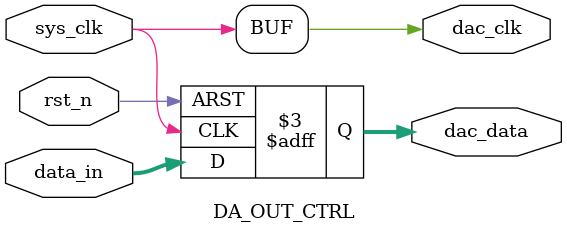
<source format=v>
module DA_OUT_CTRL (
    input  wire       sys_clk,   // 板载50MHz，直接给 DAC
    input  wire       rst_n,     // 低有效复位
    input  wire [7:0] data_in,   // 上层8位电压数据（与sys_clk同域）
    output wire       dac_clk,   // 直接输出 sys_clk
    output reg  [7:0] dac_data   // 上升沿锁存并输出到DAC
);
    assign dac_clk = sys_clk;

    always @(posedge sys_clk or negedge rst_n) begin
        if (!rst_n)
            dac_data <= 8'd0;
        else
            dac_data <= data_in; // 下一上升沿供 DAC 锁存
    end
endmodule

</source>
